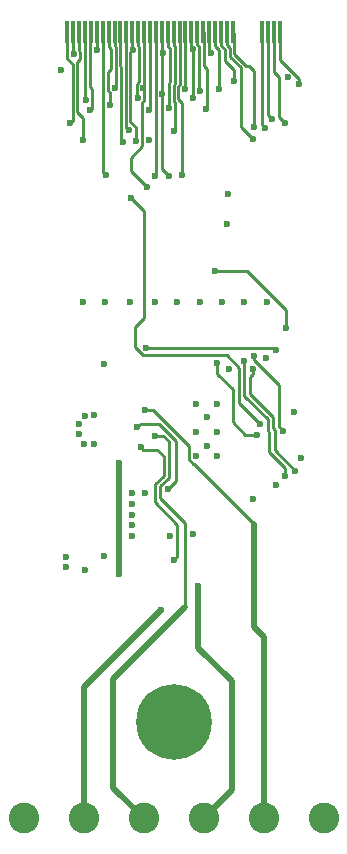
<source format=gbr>
%TF.GenerationSoftware,KiCad,Pcbnew,7.0.5*%
%TF.CreationDate,2023-09-25T01:54:48-05:00*%
%TF.ProjectId,Chimera_0005_Stepper,4368696d-6572-4615-9f30-3030355f5374,rev?*%
%TF.SameCoordinates,Original*%
%TF.FileFunction,Copper,L4,Bot*%
%TF.FilePolarity,Positive*%
%FSLAX46Y46*%
G04 Gerber Fmt 4.6, Leading zero omitted, Abs format (unit mm)*
G04 Created by KiCad (PCBNEW 7.0.5) date 2023-09-25 01:54:48*
%MOMM*%
%LPD*%
G01*
G04 APERTURE LIST*
%TA.AperFunction,ComponentPad*%
%ADD10C,2.600000*%
%TD*%
%TA.AperFunction,SMDPad,CuDef*%
%ADD11R,0.350000X1.950000*%
%TD*%
%TA.AperFunction,ComponentPad*%
%ADD12C,3.600000*%
%TD*%
%TA.AperFunction,ConnectorPad*%
%ADD13C,6.400000*%
%TD*%
%TA.AperFunction,ViaPad*%
%ADD14C,0.600000*%
%TD*%
%TA.AperFunction,Conductor*%
%ADD15C,0.254000*%
%TD*%
%TA.AperFunction,Conductor*%
%ADD16C,0.500000*%
%TD*%
G04 APERTURE END LIST*
D10*
%TO.P,U3,6,6*%
%TO.N,+12V*%
X121400050Y-139700000D03*
%TO.P,U3,5,5*%
%TO.N,Motor_D*%
X116320040Y-139700000D03*
%TO.P,U3,4,4*%
%TO.N,Motor_C*%
X111240030Y-139700000D03*
%TO.P,U3,3,3*%
%TO.N,Motor_B*%
X106160020Y-139700000D03*
%TO.P,U3,2,2*%
%TO.N,Motor_A*%
X101080010Y-139700000D03*
%TO.P,U3,1,1*%
%TO.N,GND*%
X96000000Y-139700000D03*
%TD*%
D11*
%TO.P,U2,2,1*%
%TO.N,Net-(CN1-1-Pad73)*%
X99700000Y-73085000D03*
%TO.P,U2,4,1*%
%TO.N,Net-(CN1-1-Pad71)*%
X100200000Y-73085000D03*
%TO.P,U2,6,1*%
%TO.N,Net-(CN1-1-Pad69)*%
X100700000Y-73085000D03*
%TO.P,U2,8,1*%
%TO.N,Net-(CN1-1-Pad67)*%
X101200000Y-73085000D03*
%TO.P,U2,10,1*%
%TO.N,Net-(CN1-1-Pad66)*%
X101700000Y-73085000D03*
%TO.P,U2,12,12*%
%TO.N,Net-(CN1-20-Pad63)*%
X102200000Y-73085000D03*
%TO.P,U2,14,14*%
%TO.N,Net-(CN1-20-Pad61)*%
X102700000Y-73085000D03*
%TO.P,U2,16,16*%
%TO.N,Net-(CN1-20-Pad59)*%
X103200000Y-73085000D03*
%TO.P,U2,18,18*%
%TO.N,Fault*%
X103700000Y-73085000D03*
%TO.P,U2,20,20*%
%TO.N,Direction*%
X104200000Y-73085000D03*
%TO.P,U2,22,20*%
%TO.N,STEP_INC*%
X104700000Y-73085000D03*
%TO.P,U2,24,20*%
%TO.N,Net-(CN1-20-Pad51)*%
X105200000Y-73085000D03*
%TO.P,U2,26,20*%
%TO.N,Net-(CN1-20-Pad49)*%
X105700000Y-73085000D03*
%TO.P,U2,28,20*%
%TO.N,Net-(CN1-20-Pad47)*%
X106200000Y-73085000D03*
%TO.P,U2,30,20*%
%TO.N,Net-(CN1-20-Pad45)*%
X106700000Y-73085000D03*
%TO.P,U2,32,20*%
%TO.N,Net-(CN1-20-Pad43)*%
X107200000Y-73085000D03*
%TO.P,U2,34,20*%
%TO.N,Net-(CN1-20-Pad41)*%
X107700000Y-73085000D03*
%TO.P,U2,36,20*%
%TO.N,Net-(CN1-20-Pad39)*%
X108200000Y-73085000D03*
%TO.P,U2,38,20*%
%TO.N,Net-(CN1-20-Pad37)*%
X108700000Y-73085000D03*
%TO.P,U2,40,20*%
%TO.N,Net-(CN1-20-Pad35)*%
X109200000Y-73085000D03*
%TO.P,U2,42,20*%
%TO.N,Net-(CN1-20-Pad33)*%
X109700000Y-73085000D03*
%TO.P,U2,44,20*%
%TO.N,Net-(CN1-20-Pad31)*%
X110200000Y-73085000D03*
%TO.P,U2,46,20*%
%TO.N,Net-(CN1-20-Pad29)*%
X110700000Y-73085000D03*
%TO.P,U2,48,20*%
%TO.N,Net-(CN1-20-Pad27)*%
X111200000Y-73085000D03*
%TO.P,U2,50,20*%
%TO.N,Net-(CN1-20-Pad25)*%
X111700000Y-73085000D03*
%TO.P,U2,52,20*%
%TO.N,Net-(CN1-20-Pad23)*%
X112200000Y-73085000D03*
%TO.P,U2,54,20*%
%TO.N,Net-(CN1-20-Pad21)*%
X112700000Y-73085000D03*
%TO.P,U2,56,20*%
%TO.N,Net-(CN1-1-Pad11)*%
X113200000Y-73085000D03*
%TO.P,U2,58,20*%
%TO.N,Net-(CN1-1-Pad9)*%
X113700000Y-73085000D03*
%TO.P,U2,68,1*%
%TO.N,Net-(CN1-1-Pad7)*%
X116200000Y-73085000D03*
%TO.P,U2,70,1*%
%TO.N,Net-(CN1-1-Pad5)*%
X116700000Y-73085000D03*
%TO.P,U2,72,1*%
%TO.N,Net-(CN1-1-Pad3)*%
X117200000Y-73085000D03*
%TO.P,U2,74,1*%
%TO.N,+3V3*%
X117700000Y-73085000D03*
%TD*%
D12*
%TO.P,H1,1*%
%TO.N,N/C*%
X108700000Y-131560000D03*
D13*
X108700000Y-131560000D03*
%TD*%
D14*
%TO.N,Net-(CN1-20-Pad47)*%
X106146500Y-77900000D03*
%TO.N,Motor_C*%
X110800000Y-120000000D03*
%TO.N,Motor_A*%
X107600000Y-122100000D03*
%TO.N,Net-(CN1-1-Pad11)*%
X115396000Y-82160000D03*
%TO.N,Net-(CN1-20-Pad21)*%
X113812000Y-77277700D03*
%TO.N,Net-(CN1-20-Pad23)*%
X112506000Y-77941400D03*
%TO.N,Net-(CN1-20-Pad25)*%
X111831000Y-74929900D03*
%TO.N,Net-(CN1-20-Pad27)*%
X111450000Y-79607800D03*
%TO.N,Net-(CN1-1-Pad66)*%
X101653500Y-79760000D03*
%TO.N,Net-(CN1-20-Pad33)*%
X109653000Y-77959800D03*
%TO.N,Net-(CN1-20-Pad35)*%
X109450000Y-85267000D03*
%TO.N,Net-(CN1-20-Pad37)*%
X108719000Y-81491700D03*
%TO.N,Net-(CN1-1-Pad5)*%
X117031000Y-80460000D03*
%TO.N,Net-(CN1-20-Pad39)*%
X108285000Y-79536300D03*
%TO.N,Net-(CN1-1-Pad69)*%
X101017000Y-82233000D03*
%TO.N,Net-(CN1-1-Pad71)*%
X100245000Y-75029500D03*
%TO.N,Net-(CN1-1-Pad73)*%
X99968000Y-80815600D03*
%TO.N,Net-(CN1-20-Pad41)*%
X107756000Y-78406600D03*
X108309000Y-85289000D03*
X107835000Y-74908200D03*
%TO.N,+3V3*%
X110300000Y-115660000D03*
X109000000Y-95960000D03*
X116600000Y-95960000D03*
X105000000Y-95960000D03*
X117400000Y-111500000D03*
X100987500Y-95960000D03*
X119500000Y-109200000D03*
X116500000Y-100760000D03*
X110900000Y-95960000D03*
X118900000Y-105260000D03*
X112800000Y-95960000D03*
X119300000Y-77560000D03*
%TO.N,Net-(CN1-20-Pad43)*%
X107151000Y-85300000D03*
%TO.N,Net-(CN1-20-Pad45)*%
X106600000Y-79760000D03*
%TO.N,Net-(CN1-20-Pad49)*%
X105646500Y-78681116D03*
%TO.N,Net-(CN1-20-Pad51)*%
X105238000Y-74658700D03*
X105483500Y-82360000D03*
%TO.N,Net-(CN1-20-Pad59)*%
X103344000Y-79304100D03*
%TO.N,Net-(CN1-20-Pad61)*%
X102950000Y-85258000D03*
%TO.N,Net-(CN1-1-Pad67)*%
X101245000Y-78881400D03*
%TO.N,Net-(CN1-1-Pad7)*%
X116451000Y-81289000D03*
%TO.N,Net-(CN1-20-Pad63)*%
X102185000Y-74670900D03*
%TO.N,Net-(CN1-1-Pad9)*%
X115543000Y-81167100D03*
%TO.N,GND*%
X100700000Y-107200000D03*
X115400000Y-112660000D03*
X105200000Y-114900000D03*
X102800000Y-117500000D03*
X102800000Y-101260000D03*
X110600000Y-104660000D03*
X102887500Y-95960000D03*
X112400000Y-109060000D03*
X101100000Y-108000000D03*
X112400000Y-106960000D03*
X105200000Y-115800000D03*
X101200000Y-118660000D03*
X111500000Y-108160000D03*
X110600000Y-109060000D03*
X110600000Y-106960000D03*
X99600000Y-118400000D03*
X112400000Y-104660000D03*
X114700000Y-95960000D03*
X105200000Y-114000000D03*
X101200000Y-105600000D03*
X102000000Y-105560000D03*
X102000000Y-108000000D03*
X118400000Y-76960000D03*
X99123000Y-76316200D03*
X99600000Y-117600000D03*
X108400000Y-115760000D03*
X107100000Y-95960000D03*
X105200000Y-113100000D03*
X113400000Y-101660000D03*
X111500000Y-105760000D03*
X105200000Y-112200000D03*
X100700000Y-106300000D03*
X106300000Y-112160000D03*
%TO.N,+5V*%
X113300000Y-86860000D03*
X113200000Y-89360000D03*
%TO.N,Net-(CN1-20-Pad29)*%
X110948000Y-78123100D03*
%TO.N,Net-(CN1-20-Pad31)*%
X110325000Y-74588000D03*
X110356000Y-78714400D03*
%TO.N,Net-(CN1-20-Pad47)*%
X106450000Y-86267100D03*
X106600000Y-82260000D03*
%TO.N,Net-(CN1-1-Pad3)*%
X118100000Y-80860000D03*
%TO.N,+12V*%
X104100000Y-110400000D03*
X104100000Y-119000000D03*
X104100000Y-109600000D03*
X104100000Y-118100000D03*
%TO.N,Net-(U1-MODE1)*%
X106400000Y-99860000D03*
X117400000Y-100060000D03*
%TO.N,Fault*%
X103724000Y-77859400D03*
%TO.N,Net-(U1-DECAY)*%
X118000000Y-106900000D03*
X115500000Y-100560000D03*
%TO.N,Net-(U1-NENBL)*%
X112400000Y-101160000D03*
X115735971Y-107208608D03*
%TO.N,Net-(U1-nSLEEP)*%
X119000000Y-110260000D03*
X115400000Y-101660000D03*
%TO.N,Net-(U1-nRESET)*%
X118100000Y-110760000D03*
X114700000Y-100960000D03*
%TO.N,Motor_D*%
X106300000Y-105160000D03*
%TO.N,Motor_A*%
X108200000Y-111860000D03*
X105600000Y-106600000D03*
%TO.N,Motor_B*%
X107100000Y-107300000D03*
%TO.N,Motor_C*%
X108700000Y-117860000D03*
X105900000Y-108300000D03*
%TO.N,STEP_INC*%
X104896500Y-81455501D03*
X105100000Y-87200000D03*
X116000000Y-106300000D03*
%TO.N,Direction*%
X104374000Y-82460000D03*
X112200000Y-93400000D03*
X118200000Y-98200000D03*
%TD*%
D15*
%TO.N,Net-(CN1-20-Pad49)*%
X105700000Y-74315900D02*
X105700000Y-73085000D01*
X105794000Y-74410300D02*
X105700000Y-74315900D01*
X105794000Y-77329500D02*
X105794000Y-74410300D01*
X105578000Y-77545400D02*
X105794000Y-77329500D01*
X105578000Y-78612616D02*
X105578000Y-77545400D01*
X105646500Y-78681116D02*
X105578000Y-78612616D01*
D16*
%TO.N,Motor_D*%
X116320040Y-124320040D02*
X116320040Y-139700000D01*
D15*
X110446354Y-109687000D02*
X115500000Y-114740646D01*
X110340288Y-109687000D02*
X110446354Y-109687000D01*
X109973000Y-108173000D02*
X109973000Y-109319712D01*
X109973000Y-109319712D02*
X110340288Y-109687000D01*
X106960000Y-105160000D02*
X109973000Y-108173000D01*
D16*
X115500000Y-114740646D02*
X115500000Y-123500000D01*
X115500000Y-123500000D02*
X116320040Y-124320040D01*
D15*
X106300000Y-105160000D02*
X106960000Y-105160000D01*
D16*
%TO.N,Motor_C*%
X110800000Y-125300000D02*
X110800000Y-120000000D01*
X113600000Y-128100000D02*
X110800000Y-125300000D01*
X113600000Y-137340030D02*
X113600000Y-128100000D01*
X111240030Y-139700000D02*
X113600000Y-137340030D01*
D15*
%TO.N,Motor_B*%
X107815896Y-107300000D02*
X107100000Y-107300000D01*
X108300000Y-107784104D02*
X107815896Y-107300000D01*
X107573000Y-112573000D02*
X107573000Y-111600288D01*
X109673000Y-121807000D02*
X109673000Y-114673000D01*
X108300000Y-110873288D02*
X108300000Y-107784104D01*
D16*
X103600000Y-127880000D02*
X109673000Y-121807000D01*
X103600000Y-137139980D02*
X103600000Y-127880000D01*
D15*
X109673000Y-114673000D02*
X107573000Y-112573000D01*
D16*
X106160020Y-139700000D02*
X103600000Y-137139980D01*
D15*
X107573000Y-111600288D02*
X108300000Y-110873288D01*
D16*
%TO.N,Motor_A*%
X107600000Y-122100000D02*
X101080010Y-128619990D01*
X101080010Y-128619990D02*
X101080010Y-139700000D01*
D15*
%TO.N,Net-(CN1-1-Pad11)*%
X115396000Y-82160000D02*
X114366000Y-81129600D01*
X114366000Y-81129600D02*
X114366000Y-76125900D01*
X113466000Y-75225800D02*
X113466000Y-74482000D01*
X113200000Y-74216200D02*
X113200000Y-73085000D01*
X113466000Y-74482000D02*
X113200000Y-74216200D01*
X114366000Y-76125900D02*
X113466000Y-75225800D01*
%TO.N,Net-(CN1-20-Pad21)*%
X113083000Y-75606000D02*
X113812000Y-76335000D01*
X112700000Y-74257700D02*
X113083000Y-74640600D01*
X113083000Y-74640600D02*
X113083000Y-75606000D01*
X112700000Y-73085000D02*
X112700000Y-74257700D01*
X113812000Y-76335000D02*
X113812000Y-77277700D01*
%TO.N,Net-(CN1-20-Pad23)*%
X112506000Y-74622000D02*
X112506000Y-77941400D01*
X112200000Y-74315900D02*
X112506000Y-74622000D01*
X112200000Y-73085000D02*
X112200000Y-74315900D01*
%TO.N,Net-(CN1-20-Pad25)*%
X111700000Y-74798500D02*
X111831000Y-74929900D01*
X111700000Y-73085000D02*
X111700000Y-74798500D01*
%TO.N,Net-(CN1-20-Pad27)*%
X111264000Y-73148800D02*
X111200000Y-73085000D01*
X111504000Y-79553200D02*
X111504000Y-76220500D01*
X111264000Y-75979900D02*
X111264000Y-73148800D01*
X111450000Y-79607800D02*
X111504000Y-79553200D01*
X111504000Y-76220500D02*
X111264000Y-75979900D01*
%TO.N,Net-(CN1-1-Pad66)*%
X101630000Y-77744400D02*
X101630000Y-73155000D01*
X101630000Y-73155000D02*
X101700000Y-73085000D01*
X101653500Y-79760000D02*
X101799000Y-79614500D01*
X101799000Y-79614500D02*
X101799000Y-77913400D01*
X101799000Y-77913400D02*
X101630000Y-77744400D01*
%TO.N,Net-(CN1-20-Pad33)*%
X109700000Y-74315900D02*
X109653000Y-74363100D01*
X109653000Y-74363100D02*
X109653000Y-77959800D01*
X109700000Y-73085000D02*
X109700000Y-74315900D01*
%TO.N,Net-(CN1-20-Pad35)*%
X109200000Y-73085000D02*
X109200000Y-77626500D01*
X109096000Y-78815800D02*
X109450000Y-79170100D01*
X109200000Y-77626500D02*
X109096000Y-77730800D01*
X109096000Y-77730800D02*
X109096000Y-78815800D01*
X109450000Y-79170100D02*
X109450000Y-85267000D01*
%TO.N,Net-(CN1-20-Pad37)*%
X108774000Y-77511000D02*
X108713000Y-77572200D01*
X108700000Y-74276600D02*
X108774000Y-74350600D01*
X108774000Y-74350600D02*
X108774000Y-77511000D01*
X108842000Y-81368700D02*
X108719000Y-81491700D01*
X108700000Y-73085000D02*
X108700000Y-74276600D01*
X108713000Y-77572200D02*
X108713000Y-78974400D01*
X108842000Y-79103200D02*
X108842000Y-81368700D01*
X108713000Y-78974400D02*
X108842000Y-79103200D01*
%TO.N,Net-(CN1-1-Pad5)*%
X116700000Y-80128700D02*
X116700000Y-73085000D01*
X117031000Y-80460000D02*
X116700000Y-80128700D01*
%TO.N,Net-(CN1-20-Pad39)*%
X108330000Y-77413600D02*
X108330000Y-79491300D01*
X108200000Y-74340400D02*
X108391000Y-74531500D01*
X108330000Y-79491300D02*
X108285000Y-79536300D01*
X108391000Y-77352400D02*
X108330000Y-77413600D01*
X108391000Y-74531500D02*
X108391000Y-77352400D01*
X108200000Y-73085000D02*
X108200000Y-74340400D01*
%TO.N,Net-(CN1-1-Pad69)*%
X100799000Y-74800000D02*
X100799000Y-75416700D01*
X100526000Y-75690500D02*
X100526000Y-79885500D01*
X100799000Y-75416700D02*
X100526000Y-75690500D01*
X100526000Y-79885500D02*
X101017000Y-80376600D01*
X101017000Y-80376600D02*
X101017000Y-82233000D01*
X100700000Y-74700700D02*
X100799000Y-74800000D01*
X100700000Y-73085000D02*
X100700000Y-74700700D01*
%TO.N,Net-(CN1-1-Pad71)*%
X100200000Y-74984200D02*
X100245000Y-75029500D01*
X100200000Y-73085000D02*
X100200000Y-74984200D01*
%TO.N,Net-(CN1-1-Pad73)*%
X100144000Y-80639500D02*
X99968000Y-80815600D01*
X100144000Y-75848300D02*
X100144000Y-80639500D01*
X99700000Y-74315900D02*
X99689000Y-74326500D01*
X99689000Y-75393200D02*
X100144000Y-75848300D01*
X99689000Y-74326500D02*
X99689000Y-75393200D01*
X99700000Y-73085000D02*
X99700000Y-74315900D01*
%TO.N,Net-(CN1-20-Pad41)*%
X107727000Y-84707000D02*
X107727000Y-78406600D01*
X107727000Y-74908200D02*
X107835000Y-74908200D01*
X107727000Y-74908200D02*
X107727000Y-78406600D01*
X107727000Y-74908200D02*
X107727000Y-74342900D01*
X107700000Y-74315900D02*
X107700000Y-73085000D01*
X107727000Y-74342900D02*
X107700000Y-74315900D01*
X107727000Y-78406600D02*
X107756000Y-78406600D01*
X108309000Y-85289000D02*
X107727000Y-84707000D01*
%TO.N,+3V3*%
X119300000Y-77560000D02*
X119300000Y-77076525D01*
X119300000Y-77076525D02*
X117700000Y-75476525D01*
X117700000Y-75476525D02*
X117700000Y-73085000D01*
%TO.N,Net-(CN1-20-Pad43)*%
X107151000Y-85300000D02*
X107200000Y-85251000D01*
X107200000Y-85251000D02*
X107200000Y-73085000D01*
%TO.N,Net-(CN1-20-Pad45)*%
X106600000Y-79760000D02*
X106700000Y-79660000D01*
X106700000Y-79660000D02*
X106700000Y-73085000D01*
%TO.N,Net-(CN1-20-Pad51)*%
X105483500Y-82360000D02*
X105483500Y-81143500D01*
X105200000Y-74620200D02*
X105238000Y-74658700D01*
X105483500Y-81143500D02*
X105046000Y-80706000D01*
X105200000Y-73085000D02*
X105200000Y-74620200D01*
X105046000Y-74851100D02*
X105238000Y-74658700D01*
X105046000Y-80706000D02*
X105046000Y-74851100D01*
%TO.N,Net-(CN1-20-Pad59)*%
X103200000Y-74354700D02*
X103438000Y-74592700D01*
X103300000Y-79260100D02*
X103344000Y-79304100D01*
X103170000Y-76490000D02*
X103170000Y-78088875D01*
X103438000Y-76222000D02*
X103170000Y-76490000D01*
X103300000Y-78218875D02*
X103300000Y-79260100D01*
X103170000Y-78088875D02*
X103300000Y-78218875D01*
X103200000Y-73085000D02*
X103200000Y-74354700D01*
X103438000Y-74592700D02*
X103438000Y-76222000D01*
%TO.N,Net-(CN1-20-Pad61)*%
X102700000Y-74315900D02*
X102741000Y-74356800D01*
X102741000Y-85049000D02*
X102950000Y-85258000D01*
X102700000Y-73085000D02*
X102700000Y-74315900D01*
X102741000Y-74356800D02*
X102741000Y-85049000D01*
%TO.N,Net-(CN1-1-Pad67)*%
X101200000Y-73085000D02*
X101200000Y-78836300D01*
X101200000Y-78836300D02*
X101245000Y-78881400D01*
%TO.N,Net-(CN1-1-Pad7)*%
X116200000Y-73085000D02*
X116200000Y-81037800D01*
X116200000Y-81037800D02*
X116451000Y-81289000D01*
%TO.N,Net-(CN1-20-Pad63)*%
X102185000Y-74670900D02*
X102200000Y-74656300D01*
X102200000Y-74656300D02*
X102200000Y-73085000D01*
%TO.N,Net-(CN1-1-Pad9)*%
X113849000Y-75017400D02*
X113849000Y-73233700D01*
X115103000Y-76026900D02*
X114858000Y-76026900D01*
X115543000Y-76467000D02*
X115103000Y-76026900D01*
X115543000Y-81167100D02*
X115543000Y-76467000D01*
X114858000Y-76026900D02*
X113849000Y-75017400D01*
X113849000Y-73233700D02*
X113700000Y-73085000D01*
%TO.N,Net-(CN1-20-Pad29)*%
X110881000Y-74357700D02*
X110700000Y-74176800D01*
X110948000Y-78123100D02*
X110881000Y-78055600D01*
X110881000Y-78055600D02*
X110881000Y-74357700D01*
X110700000Y-74176800D02*
X110700000Y-73085000D01*
%TO.N,Net-(CN1-20-Pad31)*%
X110356000Y-78714400D02*
X110356000Y-74619100D01*
X110356000Y-74619100D02*
X110325000Y-74588000D01*
X110200000Y-74463000D02*
X110325000Y-74588000D01*
X110200000Y-73085000D02*
X110200000Y-74463000D01*
%TO.N,Net-(CN1-20-Pad47)*%
X106200000Y-78910425D02*
X106000000Y-79110425D01*
X105100000Y-83760000D02*
X105100000Y-84917100D01*
X106000000Y-79110425D02*
X106000000Y-81307625D01*
X106040000Y-81347625D02*
X106040000Y-82820000D01*
X106200000Y-73085000D02*
X106200000Y-78910425D01*
X106040000Y-82820000D02*
X105100000Y-83760000D01*
X106000000Y-81307625D02*
X106040000Y-81347625D01*
X105100000Y-84917100D02*
X106450000Y-86267100D01*
%TO.N,Net-(CN1-1-Pad3)*%
X118100000Y-80860000D02*
X117590000Y-80350000D01*
X117200000Y-76522900D02*
X117200000Y-73085000D01*
X117590000Y-80350000D02*
X117590000Y-76912900D01*
X117590000Y-76912900D02*
X117200000Y-76522900D01*
D16*
%TO.N,+12V*%
X104100000Y-119000000D02*
X104100000Y-109600000D01*
D15*
%TO.N,Net-(U1-MODE1)*%
X106400000Y-99860000D02*
X117200000Y-99860000D01*
X117200000Y-99860000D02*
X117400000Y-100060000D01*
%TO.N,Fault*%
X103819000Y-74434900D02*
X103819000Y-77764700D01*
X103819000Y-77764700D02*
X103724000Y-77859400D01*
X103700000Y-74315900D02*
X103819000Y-74434900D01*
X103700000Y-73085000D02*
X103700000Y-74315900D01*
%TO.N,Net-(U1-DECAY)*%
X117600000Y-106500000D02*
X117600000Y-102973288D01*
X118000000Y-106900000D02*
X117600000Y-106500000D01*
X115500000Y-100873288D02*
X115500000Y-100560000D01*
X117600000Y-102973288D02*
X115500000Y-100873288D01*
%TO.N,Net-(U1-NENBL)*%
X114748608Y-107208608D02*
X113700000Y-106160000D01*
X113700000Y-103360000D02*
X112400000Y-102060000D01*
X113700000Y-106160000D02*
X113700000Y-103360000D01*
X115735971Y-107208608D02*
X114748608Y-107208608D01*
X112400000Y-102060000D02*
X112400000Y-101160000D01*
%TO.N,Net-(U1-nSLEEP)*%
X117248000Y-106790053D02*
X117248000Y-108508000D01*
X115400000Y-101660000D02*
X115400000Y-102114000D01*
X115154000Y-103754000D02*
X117146000Y-105746000D01*
X115154000Y-102360000D02*
X115154000Y-103754000D01*
X115400000Y-102114000D02*
X115154000Y-102360000D01*
X117248000Y-108508000D02*
X119000000Y-110260000D01*
X117146000Y-106688053D02*
X117248000Y-106790053D01*
X117146000Y-105746000D02*
X117146000Y-106688053D01*
%TO.N,Net-(U1-nRESET)*%
X116794000Y-108696053D02*
X116794000Y-106978106D01*
X114700000Y-103942052D02*
X114700000Y-100960000D01*
X118100000Y-110002052D02*
X116794000Y-108696053D01*
X116794000Y-106978106D02*
X116692000Y-106876106D01*
X116692000Y-105934052D02*
X114700000Y-103942052D01*
X116692000Y-106876106D02*
X116692000Y-105934052D01*
X118100000Y-110760000D02*
X118100000Y-110002052D01*
%TO.N,Motor_A*%
X108900000Y-111160000D02*
X108900000Y-107742052D01*
X108200000Y-111860000D02*
X108900000Y-111160000D01*
X107457948Y-106300000D02*
X105900000Y-106300000D01*
X108900000Y-107742052D02*
X107457948Y-106300000D01*
X105900000Y-106300000D02*
X105600000Y-106600000D01*
%TO.N,Motor_C*%
X107119000Y-111412236D02*
X107119000Y-112919000D01*
X107846000Y-110685236D02*
X107119000Y-111412236D01*
X109027000Y-117533000D02*
X108700000Y-117860000D01*
X105900000Y-108300000D02*
X106100000Y-108500000D01*
X107119000Y-112919000D02*
X109027000Y-114827000D01*
X106100000Y-108500000D02*
X107333198Y-108500000D01*
X107846000Y-109012802D02*
X107846000Y-110685236D01*
X109027000Y-114827000D02*
X109027000Y-117533000D01*
X107333198Y-108500000D02*
X107846000Y-109012802D01*
%TO.N,STEP_INC*%
X104663000Y-81222001D02*
X104663000Y-74352700D01*
X104663000Y-74352700D02*
X104700000Y-74315900D01*
X114246000Y-101546000D02*
X114246000Y-104546000D01*
X104700000Y-74315900D02*
X104700000Y-73085000D01*
X106200000Y-88300000D02*
X106200000Y-97300000D01*
X106087000Y-100487000D02*
X113187000Y-100487000D01*
X104896500Y-81455501D02*
X104663000Y-81222001D01*
X106200000Y-97300000D02*
X105400000Y-98100000D01*
X113187000Y-100487000D02*
X114246000Y-101546000D01*
X114246000Y-104546000D02*
X116000000Y-106300000D01*
X105100000Y-87200000D02*
X106200000Y-88300000D01*
X105400000Y-98100000D02*
X105400000Y-99800000D01*
X105400000Y-99800000D02*
X106087000Y-100487000D01*
%TO.N,Direction*%
X104200000Y-76015600D02*
X104200000Y-73085000D01*
X104280000Y-76095900D02*
X104200000Y-76015600D01*
X104374000Y-82460000D02*
X104280000Y-82366000D01*
X118200000Y-97900000D02*
X118200000Y-98200000D01*
X104280000Y-82366000D02*
X104280000Y-76095900D01*
X118200000Y-96673288D02*
X118200000Y-97900000D01*
X114926712Y-93400000D02*
X118200000Y-96673288D01*
X112200000Y-93400000D02*
X114926712Y-93400000D01*
%TD*%
M02*

</source>
